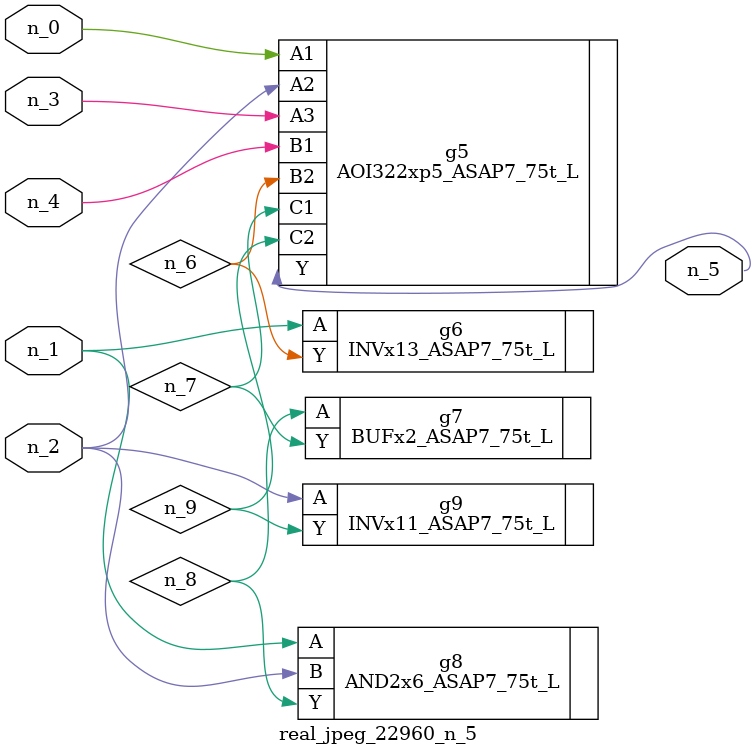
<source format=v>
module real_jpeg_22960_n_5 (n_4, n_0, n_1, n_2, n_3, n_5);

input n_4;
input n_0;
input n_1;
input n_2;
input n_3;

output n_5;

wire n_8;
wire n_6;
wire n_7;
wire n_9;

AOI322xp5_ASAP7_75t_L g5 ( 
.A1(n_0),
.A2(n_2),
.A3(n_3),
.B1(n_4),
.B2(n_6),
.C1(n_7),
.C2(n_9),
.Y(n_5)
);

INVx13_ASAP7_75t_L g6 ( 
.A(n_1),
.Y(n_6)
);

AND2x6_ASAP7_75t_L g8 ( 
.A(n_1),
.B(n_2),
.Y(n_8)
);

INVx11_ASAP7_75t_L g9 ( 
.A(n_2),
.Y(n_9)
);

BUFx2_ASAP7_75t_L g7 ( 
.A(n_8),
.Y(n_7)
);


endmodule
</source>
